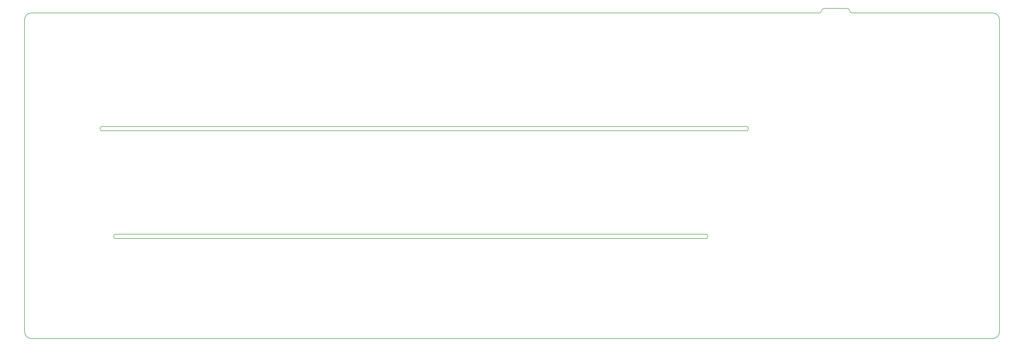
<source format=gm1>
G04 #@! TF.GenerationSoftware,KiCad,Pcbnew,(5.0.2)-1*
G04 #@! TF.CreationDate,2019-04-13T17:16:35-07:00*
G04 #@! TF.ProjectId,Celestine,43656c65-7374-4696-9e65-2e6b69636164,rev?*
G04 #@! TF.SameCoordinates,Original*
G04 #@! TF.FileFunction,Profile,NP*
%FSLAX46Y46*%
G04 Gerber Fmt 4.6, Leading zero omitted, Abs format (unit mm)*
G04 Created by KiCad (PCBNEW (5.0.2)-1) date 4/13/2019 5:16:35 PM*
%MOMM*%
%LPD*%
G01*
G04 APERTURE LIST*
%ADD10C,0.150000*%
G04 APERTURE END LIST*
D10*
X315912500Y-396875D02*
G75*
G02X315118750Y396875I0J793750D01*
G01*
X314325000Y1190625D02*
G75*
G02X315118750Y396875I0J-793750D01*
G01*
X305196875Y396875D02*
G75*
G02X304403125Y-396875I-793750J0D01*
G01*
X305196875Y396875D02*
G75*
G02X305990625Y1190625I793750J0D01*
G01*
X304403125Y-396875D02*
X26590625Y-396875D01*
X365521875Y-396875D02*
X315912500Y-396875D01*
X367903125Y-113109375D02*
X367903125Y-2778125D01*
X26590625Y-115490625D02*
X365521875Y-115490625D01*
X24209375Y-2778125D02*
X24209375Y-113109375D01*
X24209375Y-2778125D02*
G75*
G02X26590625Y-396875I2381250J0D01*
G01*
X26590625Y-115490625D02*
G75*
G02X24209375Y-113109375I0J2381250D01*
G01*
X367903125Y-113109375D02*
G75*
G02X365521875Y-115490625I-2381250J0D01*
G01*
X365521875Y-396875D02*
G75*
G02X367903125Y-2778125I0J-2381250D01*
G01*
X305990625Y1190625D02*
X314325000Y1190625D01*
X51593750Y-42068750D02*
X278606250Y-42068750D01*
X278606250Y-40481250D02*
X51593750Y-40481250D01*
X278606250Y-40481250D02*
G75*
G02X278606250Y-42068750I0J-793750D01*
G01*
X51593750Y-42068750D02*
G75*
G02X51593750Y-40481250I0J793750D01*
G01*
X56356250Y-80168750D02*
X264318750Y-80168750D01*
X264318750Y-78581250D02*
X56356250Y-78581250D01*
X264318750Y-78581250D02*
G75*
G02X264318750Y-80168750I0J-793750D01*
G01*
X56356250Y-80168750D02*
G75*
G02X56356250Y-78581250I0J793750D01*
G01*
M02*

</source>
